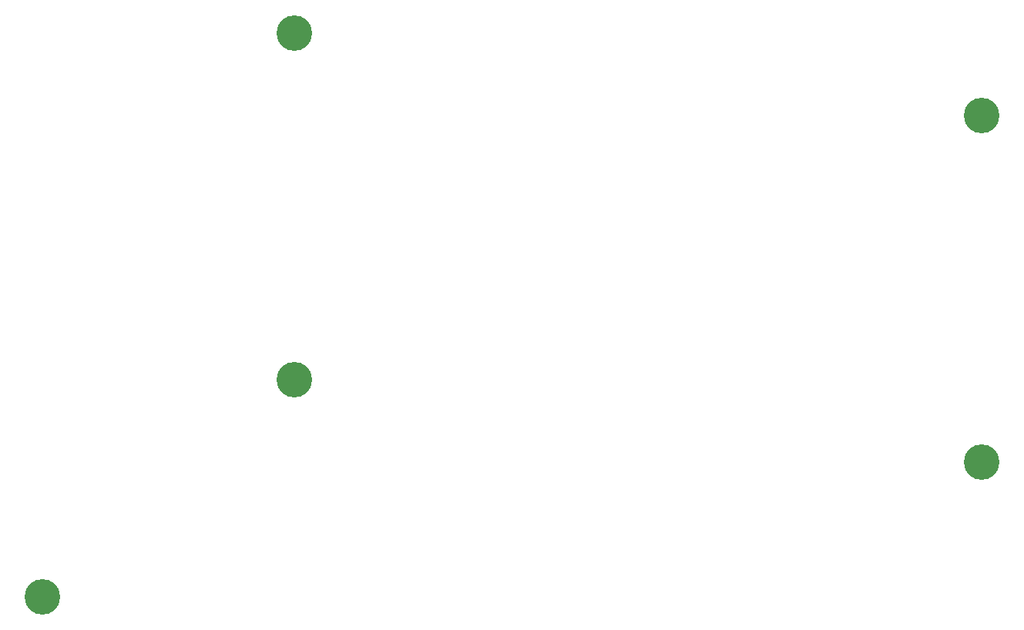
<source format=gbr>
%TF.GenerationSoftware,KiCad,Pcbnew,8.0.4-8.0.4-0~ubuntu24.04.1*%
%TF.CreationDate,2024-08-12T14:45:40+02:00*%
%TF.ProjectId,SofleKeyboardTopPlate,536f666c-654b-4657-9962-6f617264546f,rev?*%
%TF.SameCoordinates,Original*%
%TF.FileFunction,Soldermask,Bot*%
%TF.FilePolarity,Negative*%
%FSLAX46Y46*%
G04 Gerber Fmt 4.6, Leading zero omitted, Abs format (unit mm)*
G04 Created by KiCad (PCBNEW 8.0.4-8.0.4-0~ubuntu24.04.1) date 2024-08-12 14:45:40*
%MOMM*%
%LPD*%
G01*
G04 APERTURE LIST*
%ADD10C,3.900000*%
G04 APERTURE END LIST*
D10*
X206275000Y-66025000D03*
X130725000Y-56950000D03*
X206275000Y-104125000D03*
X130675000Y-95050000D03*
X103000000Y-119000000D03*
M02*

</source>
